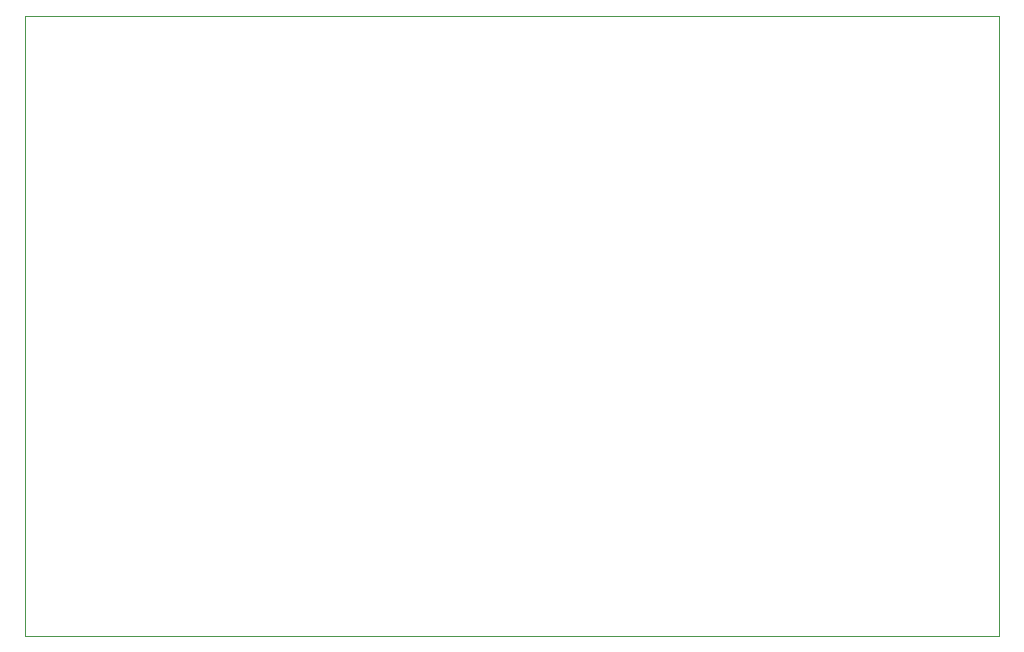
<source format=gbr>
G04 #@! TF.GenerationSoftware,KiCad,Pcbnew,(5.1.0)-1*
G04 #@! TF.CreationDate,2019-06-07T15:42:58+02:00*
G04 #@! TF.ProjectId,DRS,4452532e-6b69-4636-9164-5f7063625858,rev?*
G04 #@! TF.SameCoordinates,Original*
G04 #@! TF.FileFunction,Profile,NP*
%FSLAX46Y46*%
G04 Gerber Fmt 4.6, Leading zero omitted, Abs format (unit mm)*
G04 Created by KiCad (PCBNEW (5.1.0)-1) date 2019-06-07 15:42:58*
%MOMM*%
%LPD*%
G04 APERTURE LIST*
%ADD10C,0.100000*%
G04 APERTURE END LIST*
D10*
X94000000Y-103500000D02*
X176500000Y-103500000D01*
X94000000Y-51000000D02*
X94000000Y-103500000D01*
X176500000Y-51000000D02*
X94000000Y-51000000D01*
X176500000Y-103500000D02*
X176500000Y-51000000D01*
M02*

</source>
